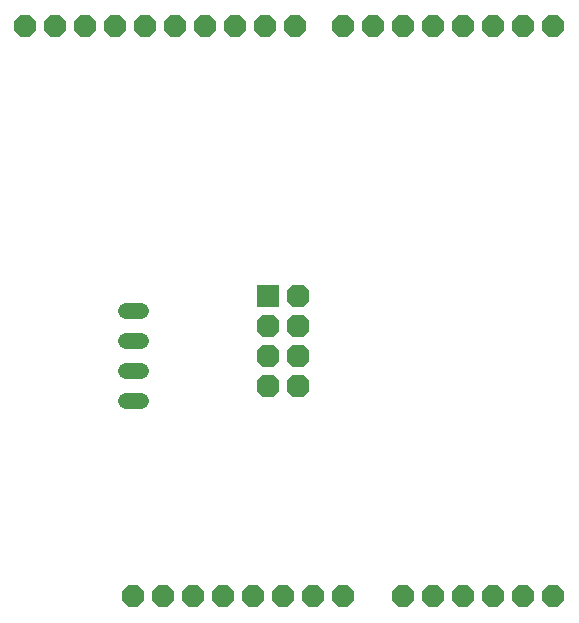
<source format=gbs>
G04 This is an RS-274x file exported by *
G04 gerbv version 2.6.1 *
G04 More information is available about gerbv at *
G04 http://gerbv.geda-project.org/ *
G04 --End of header info--*
%MOIN*%
%FSLAX34Y34*%
%IPPOS*%
G04 --Define apertures--*
%ADD10C,0.1320*%
%AMMACRO11*
5,1,8,0.000000,0.000000,0.077932,22.500000*
%
%ADD11MACRO11*%
%ADD12C,0.0532*%
%ADD13R,0.0760X0.0760*%
%AMMACRO14*
5,1,8,0.000000,0.000000,0.082262,22.500000*
%
%ADD14MACRO14*%
G04 --Start main section--*
G54D11*
G01X0027260Y0001500D03*
G01X0026260Y0001500D03*
G01X0025260Y0001500D03*
G01X0024260Y0001500D03*
G01X0023260Y0001500D03*
G01X0022260Y0001500D03*
G01X0020260Y0001500D03*
G01X0019260Y0001500D03*
G01X0018260Y0001500D03*
G01X0017260Y0001500D03*
G01X0016260Y0001500D03*
G01X0015260Y0001500D03*
G01X0014260Y0001500D03*
G01X0013260Y0001500D03*
G01X0013660Y0020500D03*
G01X0012659Y0020500D03*
G01X0011660Y0020500D03*
G01X0010660Y0020500D03*
G01X0009660Y0020500D03*
G01X0014660Y0020500D03*
G01X0015660Y0020500D03*
G01X0016660Y0020500D03*
G01X0017660Y0020500D03*
G01X0018660Y0020500D03*
G01X0020260Y0020500D03*
G01X0021260Y0020500D03*
G01X0022260Y0020500D03*
G01X0023260Y0020500D03*
G01X0024260Y0020500D03*
G01X0025260Y0020500D03*
G01X0026260Y0020500D03*
G01X0027260Y0020500D03*
G54D12*
G01X0013496Y0011000D02*
G01X0013023Y0011000D01*
G01X0013023Y0010000D02*
G01X0013496Y0010000D01*
G01X0013496Y0009000D02*
G01X0013023Y0009000D01*
G01X0013023Y0008000D02*
G01X0013496Y0008000D01*
G54D13*
G01X0017760Y0011500D03*
G54D14*
G01X0018760Y0011500D03*
G01X0018760Y0010500D03*
G01X0017760Y0010500D03*
G01X0017760Y0009500D03*
G01X0018760Y0009500D03*
G01X0018760Y0008500D03*
G01X0017760Y0008500D03*
M02*

</source>
